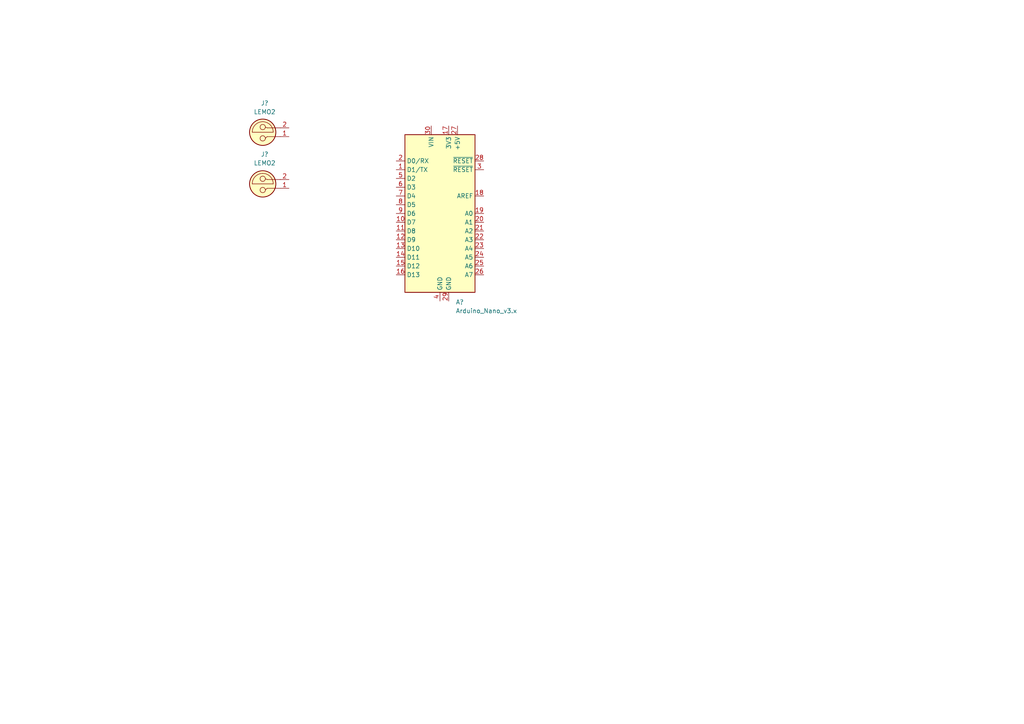
<source format=kicad_sch>
(kicad_sch (version 20211123) (generator eeschema)
  (paper "A4")
  (lib_symbols
    (symbol "Connector:LEMO2" (pin_names (offset 1.016) hide)
      (property "Reference" "J" (at 0 6.35 0))
      (property "Value" "LEMO2" (at 0 -3.81 0))
      (symbol "LEMO2_0_1"
        (arc (start -3.048 1.27) (mid -2.1553 -0.8853) (end 0 -1.778))
        (arc (start 0 -1.778) (mid 2.1553 -0.8853) (end 3.048 1.27))
        (circle (center 0 -0.2286) (radius 0.762))
        (polyline (pts (xy -5.08 0) (xy -1.27 0)))
        (polyline (pts (xy -5.08 2.54) (xy -1.27 2.54)))
        (polyline (pts (xy -3.048 1.27) (xy 3.048 1.27)))
        (polyline (pts (xy -1.27 2.54) (xy -0.762 3.048)))
        (polyline (pts (xy -0.762 -0.2286) (xy -1.27 0)))
        (circle (center 0 1.27) (radius 3.81) (stroke (width 0.254)) (fill (type background)))
        (circle (center 0 3.048) (radius 0.762))
      )
      (symbol "LEMO2_1_1"
        (pin passive line (at -7.62 2.54 0) (length 2.54) (name "~") (number "1"))
        (pin passive line (at -7.62 0 0) (length 2.54) (name "~") (number "2"))
      )
    )
    (symbol "MCU_Module:Arduino_Nano_v3.x"
      (property "Reference" "A" (at -10.16 23.495 0))
      (property "Value" "Arduino_Nano_v3.x" (at 5.08 -24.13 0))
      (symbol "Arduino_Nano_v3.x_0_1"
        (rectangle (start -10.16 22.86) (end 10.16 -22.86) (stroke (width 0.254)) (fill (type background)))
      )
      (symbol "Arduino_Nano_v3.x_1_1"
        (pin bidirectional line (at -12.7 12.7 0) (length 2.54) (name "D1/TX") (number "1"))
        (pin bidirectional line (at -12.7 -2.54 0) (length 2.54) (name "D7") (number "10"))
        (pin bidirectional line (at -12.7 -5.08 0) (length 2.54) (name "D8") (number "11"))
        (pin bidirectional line (at -12.7 -7.62 0) (length 2.54) (name "D9") (number "12"))
        (pin bidirectional line (at -12.7 -10.16 0) (length 2.54) (name "D10") (number "13"))
        (pin bidirectional line (at -12.7 -12.7 0) (length 2.54) (name "D11") (number "14"))
        (pin bidirectional line (at -12.7 -15.24 0) (length 2.54) (name "D12") (number "15"))
        (pin bidirectional line (at -12.7 -17.78 0) (length 2.54) (name "D13") (number "16"))
        (pin power_out line (at 2.54 25.4 270) (length 2.54) (name "3V3") (number "17"))
        (pin input line (at 12.7 5.08 180) (length 2.54) (name "AREF") (number "18"))
        (pin bidirectional line (at 12.7 0 180) (length 2.54) (name "A0") (number "19"))
        (pin bidirectional line (at -12.7 15.24 0) (length 2.54) (name "D0/RX") (number "2"))
        (pin bidirectional line (at 12.7 -2.54 180) (length 2.54) (name "A1") (number "20"))
        (pin bidirectional line (at 12.7 -5.08 180) (length 2.54) (name "A2") (number "21"))
        (pin bidirectional line (at 12.7 -7.62 180) (length 2.54) (name "A3") (number "22"))
        (pin bidirectional line (at 12.7 -10.16 180) (length 2.54) (name "A4") (number "23"))
        (pin bidirectional line (at 12.7 -12.7 180) (length 2.54) (name "A5") (number "24"))
        (pin bidirectional line (at 12.7 -15.24 180) (length 2.54) (name "A6") (number "25"))
        (pin bidirectional line (at 12.7 -17.78 180) (length 2.54) (name "A7") (number "26"))
        (pin power_out line (at 5.08 25.4 270) (length 2.54) (name "+5V") (number "27"))
        (pin input line (at 12.7 15.24 180) (length 2.54) (name "~{RESET}") (number "28"))
        (pin power_in line (at 2.54 -25.4 90) (length 2.54) (name "GND") (number "29"))
        (pin input line (at 12.7 12.7 180) (length 2.54) (name "~{RESET}") (number "3"))
        (pin power_in line (at -2.54 25.4 270) (length 2.54) (name "VIN") (number "30"))
        (pin power_in line (at 0 -25.4 90) (length 2.54) (name "GND") (number "4"))
        (pin bidirectional line (at -12.7 10.16 0) (length 2.54) (name "D2") (number "5"))
        (pin bidirectional line (at -12.7 7.62 0) (length 2.54) (name "D3") (number "6"))
        (pin bidirectional line (at -12.7 5.08 0) (length 2.54) (name "D4") (number "7"))
        (pin bidirectional line (at -12.7 2.54 0) (length 2.54) (name "D5") (number "8"))
        (pin bidirectional line (at -12.7 0 0) (length 2.54) (name "D6") (number "9"))
      )
    )
  )
  (symbol (lib_id "MCU_Module:Arduino_Nano_v3.x") (at 127.6096 61.9252 0) (unit 1)
    (property "Reference" "A?" (at 132.169 87.63 0) (effects (justify left)))
    (property "Value" "Arduino_Nano_v3.x" (at 132.169 90.17 0) (effects (justify left)))
    (property "Footprint" "Module:Arduino_Nano" (effects hide))
    (property "Datasheet" "http://www.mouser.com/pdfdocs/Gravitech_Arduino_Nano3_0.pdf" (effects hide))
  )
  (symbol (lib_id "Connector:LEMO2") (at 76.2 37.084 180) (unit 1)
    (property "Reference" "J?" (at 76.7715 29.9212 0))
    (property "Value" "LEMO2" (at 76.7715 32.4612 0))
    (property "Datasheet" " ~" (effects hide))
  )
  (symbol (lib_id "Connector:LEMO2") (at 76.2 52.07 180) (unit 1)
    (property "Reference" "J?" (at 76.7715 44.7548 0))
    (property "Value" "LEMO2" (at 76.7715 47.2948 0))
    (property "Datasheet" " ~" (effects hide))
  )
)
</source>
